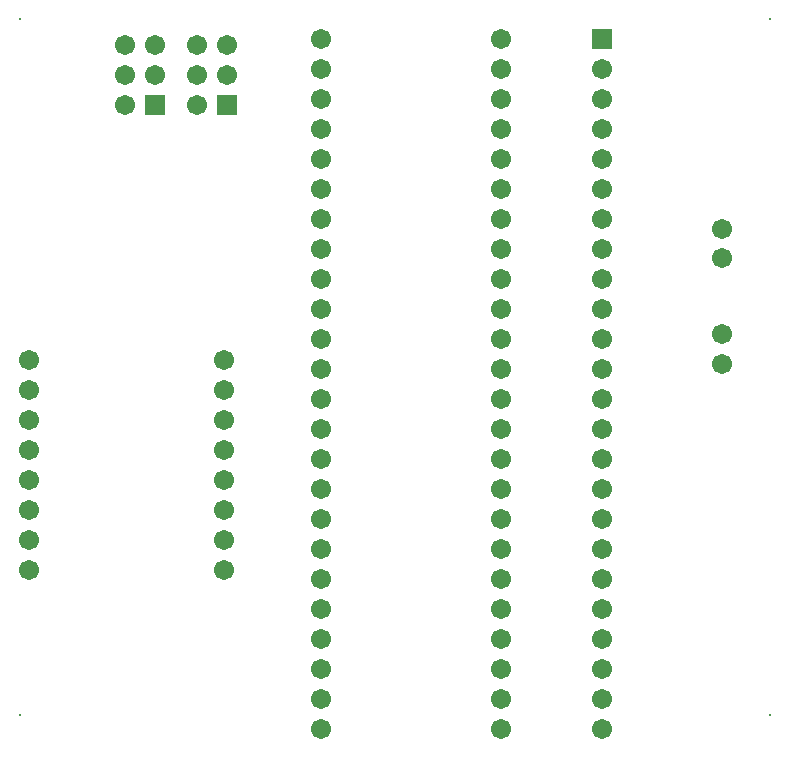
<source format=gbs>
G04*
G04 #@! TF.GenerationSoftware,Altium Limited,Altium Designer,20.0.12 (288)*
G04*
G04 Layer_Color=16711935*
%FSLAX25Y25*%
%MOIN*%
G70*
G01*
G75*
%ADD18C,0.06706*%
%ADD19R,0.06706X0.06706*%
%ADD26C,0.00800*%
D18*
X206988Y8110D02*
D03*
Y198110D02*
D03*
Y188110D02*
D03*
Y178110D02*
D03*
Y228110D02*
D03*
Y218110D02*
D03*
Y208110D02*
D03*
Y138110D02*
D03*
Y148110D02*
D03*
Y158110D02*
D03*
Y168110D02*
D03*
Y98110D02*
D03*
Y108110D02*
D03*
Y118110D02*
D03*
Y128110D02*
D03*
Y58110D02*
D03*
Y68110D02*
D03*
Y78110D02*
D03*
Y88110D02*
D03*
Y48110D02*
D03*
Y38110D02*
D03*
Y28110D02*
D03*
Y18110D02*
D03*
X113228Y238110D02*
D03*
Y228110D02*
D03*
Y218110D02*
D03*
Y208110D02*
D03*
Y198110D02*
D03*
Y188110D02*
D03*
Y178110D02*
D03*
Y168110D02*
D03*
Y158110D02*
D03*
Y148110D02*
D03*
Y138110D02*
D03*
Y128110D02*
D03*
Y118110D02*
D03*
Y108110D02*
D03*
X173228D02*
D03*
Y118110D02*
D03*
Y128110D02*
D03*
Y138110D02*
D03*
Y148110D02*
D03*
Y158110D02*
D03*
Y168110D02*
D03*
Y178110D02*
D03*
Y188110D02*
D03*
Y198110D02*
D03*
Y208110D02*
D03*
X113228Y88110D02*
D03*
Y78110D02*
D03*
Y68110D02*
D03*
Y58110D02*
D03*
Y48110D02*
D03*
Y38110D02*
D03*
Y28110D02*
D03*
Y18110D02*
D03*
Y8110D02*
D03*
X173228D02*
D03*
Y18110D02*
D03*
Y28110D02*
D03*
Y38110D02*
D03*
Y48110D02*
D03*
Y58110D02*
D03*
Y68110D02*
D03*
X113228Y98110D02*
D03*
X173228Y218110D02*
D03*
Y228110D02*
D03*
Y238110D02*
D03*
Y98110D02*
D03*
Y88110D02*
D03*
Y78110D02*
D03*
X16004Y120925D02*
D03*
Y130925D02*
D03*
X81004Y120925D02*
D03*
Y130925D02*
D03*
X16004Y100925D02*
D03*
Y110925D02*
D03*
X81004Y100925D02*
D03*
Y110925D02*
D03*
X16004Y80925D02*
D03*
Y90925D02*
D03*
X81004Y80925D02*
D03*
Y90925D02*
D03*
Y70925D02*
D03*
Y60925D02*
D03*
X16004Y70925D02*
D03*
Y60925D02*
D03*
X72000Y236000D02*
D03*
Y226000D02*
D03*
Y216000D02*
D03*
X82000Y236000D02*
D03*
Y226000D02*
D03*
X48000Y236000D02*
D03*
Y226000D02*
D03*
Y216000D02*
D03*
X58000Y236000D02*
D03*
Y226000D02*
D03*
X247000Y165000D02*
D03*
Y174843D02*
D03*
Y129842D02*
D03*
Y139685D02*
D03*
D19*
X206988Y238110D02*
D03*
X82000Y216000D02*
D03*
X58000D02*
D03*
D26*
X263000Y12642D02*
D03*
Y244642D02*
D03*
X13000D02*
D03*
Y12642D02*
D03*
M02*

</source>
